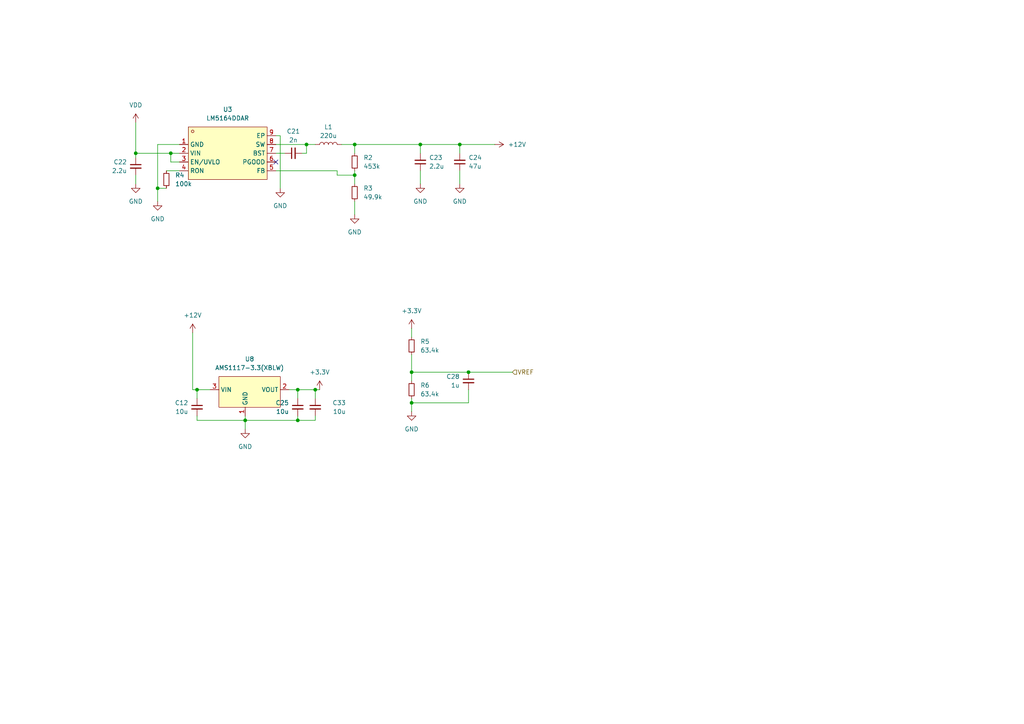
<source format=kicad_sch>
(kicad_sch (version 20231120) (generator "eeschema") (generator_version "8.0")
  (paper "A4")
  (lib_symbols
    (symbol "Device:C_Small" (pin_numbers hide) (pin_names (offset 0.254) hide)
      (property "Reference" "C" (at 0.254 1.778 0))
      (property "Value" "C_Small" (at 0.254 -2.032 0))
      (symbol "C_Small_0_1"
        (polyline (pts (xy -1.524 -0.508) (xy 1.524 -0.508)) (stroke (width 0.3302)))
        (polyline (pts (xy -1.524 0.508) (xy 1.524 0.508)) (stroke (width 0.3048)))
      )
      (symbol "C_Small_1_1"
        (pin passive line (at 0 2.54 270) (length 2.032) (name "~") (number "1"))
        (pin passive line (at 0 -2.54 90) (length 2.032) (name "~") (number "2"))
      )
    )
    (symbol "Device:L" (pin_numbers hide) (pin_names (offset 1.016) hide)
      (property "Reference" "L" (at -1.27 0 90))
      (property "Value" "L" (at 1.905 0 90))
      (symbol "L_0_1"
        (arc (start 0 -2.54) (mid 0.6323 -1.905) (end 0 -1.27))
        (arc (start 0 -1.27) (mid 0.6323 -0.635) (end 0 0))
        (arc (start 0 0) (mid 0.6323 0.635) (end 0 1.27))
        (arc (start 0 1.27) (mid 0.6323 1.905) (end 0 2.54))
      )
      (symbol "L_1_1"
        (pin passive line (at 0 3.81 270) (length 1.27) (name "1") (number "1"))
        (pin passive line (at 0 -3.81 90) (length 1.27) (name "2") (number "2"))
      )
    )
    (symbol "Device:R_Small" (pin_numbers hide) (pin_names (offset 0.254) hide)
      (property "Reference" "R" (at 0.762 0.508 0))
      (property "Value" "R_Small" (at 0.762 -1.016 0))
      (symbol "R_Small_0_1"
        (rectangle (start -0.762 1.778) (end 0.762 -1.778) (stroke (width 0.2032)))
      )
      (symbol "R_Small_1_1"
        (pin passive line (at 0 2.54 270) (length 0.762) (name "~") (number "1"))
        (pin passive line (at 0 -2.54 90) (length 0.762) (name "~") (number "2"))
      )
    )
    (symbol "easyeda2kicad:AMS1117-3.3(XBLW)"
      (property "Reference" "U" (at 0 5.08 0))
      (property "Value" "AMS1117-3.3(XBLW)" (at 0 -12.7 0))
      (symbol "AMS1117-3.3(XBLW)_0_1"
        (rectangle (start -7.62 3.81) (end 10.16 -5.08) (fill (type background)))
        (pin unspecified line (at 0 -7.62 90) (length 2.54) (name "GND") (number "1"))
        (pin unspecified line (at 12.7 0 180) (length 2.54) (name "VOUT") (number "2"))
        (pin unspecified line (at -10.16 0 0) (length 2.54) (name "VIN") (number "3"))
      )
    )
    (symbol "easyeda2kicad:LM5164DDAR"
      (property "Reference" "U" (at 0 10.16 0))
      (property "Value" "LM5164DDAR" (at 0 -10.16 0))
      (symbol "LM5164DDAR_0_1"
        (rectangle (start -11.43 7.62) (end 11.43 -7.62) (fill (type background)))
        (circle (center -10.16 6.35) (radius 0.38))
        (pin unspecified line (at -13.97 2.54 0) (length 2.54) (name "GND") (number "1"))
        (pin unspecified line (at -13.97 0 0) (length 2.54) (name "VIN") (number "2"))
        (pin unspecified line (at -13.97 -2.54 0) (length 2.54) (name "EN/UVLO") (number "3"))
        (pin unspecified line (at -13.97 -5.08 0) (length 2.54) (name "RON") (number "4"))
        (pin unspecified line (at 13.97 -5.08 180) (length 2.54) (name "FB") (number "5"))
        (pin unspecified line (at 13.97 -2.54 180) (length 2.54) (name "PGOOD") (number "6"))
        (pin unspecified line (at 13.97 0 180) (length 2.54) (name "BST") (number "7"))
        (pin unspecified line (at 13.97 2.54 180) (length 2.54) (name "SW") (number "8"))
        (pin unspecified line (at 13.97 5.08 180) (length 2.54) (name "EP") (number "9"))
      )
    )
    (symbol "power:+12V" (power) (pin_numbers hide) (pin_names (offset 0) hide)
      (property "Value" "+12V" (at 0 3.556 0))
      (symbol "+12V_0_1"
        (polyline (pts (xy -0.762 1.27) (xy 0 2.54)))
        (polyline (pts (xy 0 0) (xy 0 2.54)))
        (polyline (pts (xy 0 2.54) (xy 0.762 1.27)))
      )
      (symbol "+12V_1_1"
        (pin power_in line (at 0 0 90) (length 0) (name "~") (number "1"))
      )
    )
    (symbol "power:+3.3V" (power) (pin_numbers hide) (pin_names (offset 0) hide)
      (property "Value" "+3.3V" (at 0 3.556 0))
      (symbol "+3.3V_0_1"
        (polyline (pts (xy -0.762 1.27) (xy 0 2.54)))
        (polyline (pts (xy 0 0) (xy 0 2.54)))
        (polyline (pts (xy 0 2.54) (xy 0.762 1.27)))
      )
      (symbol "+3.3V_1_1"
        (pin power_in line (at 0 0 90) (length 0) (name "~") (number "1"))
      )
    )
    (symbol "power:GND" (power) (pin_numbers hide) (pin_names (offset 0) hide)
      (property "Value" "GND" (at 0 -3.81 0))
      (symbol "GND_0_1"
        (polyline (pts (xy 0 0) (xy 0 -1.27) (xy 1.27 -1.27) (xy 0 -2.54) (xy -1.27 -1.27) (xy 0 -1.27)))
      )
      (symbol "GND_1_1"
        (pin power_in line (at 0 0 270) (length 0) (name "~") (number "1"))
      )
    )
    (symbol "power:VDD" (power) (pin_numbers hide) (pin_names (offset 0) hide)
      (property "Value" "VDD" (at 0 3.556 0))
      (symbol "VDD_0_1"
        (polyline (pts (xy -0.762 1.27) (xy 0 2.54)))
        (polyline (pts (xy 0 0) (xy 0 2.54)))
        (polyline (pts (xy 0 2.54) (xy 0.762 1.27)))
      )
      (symbol "VDD_1_1"
        (pin power_in line (at 0 0 90) (length 0) (name "~") (number "1"))
      )
    )
  )
  (junction (at 88.9 41.91))
  (junction (at 39.37 44.45))
  (junction (at 121.92 41.91))
  (junction (at 49.53 44.45))
  (junction (at 135.89 107.95))
  (junction (at 102.87 41.91))
  (junction (at 133.35 41.91))
  (junction (at 86.36 113.03))
  (junction (at 57.15 113.03))
  (junction (at 102.87 50.8))
  (junction (at 91.44 113.03))
  (junction (at 71.12 121.92))
  (junction (at 119.38 116.84))
  (junction (at 119.38 107.95))
  (junction (at 86.36 121.92))
  (junction (at 45.72 54.61))
  (no_connect (at 80.01 46.99))
  (wire (pts (xy 91.44 113.03) (xy 92.71 113.03)))
  (wire (pts (xy 48.26 54.61) (xy 45.72 54.61)))
  (wire (pts (xy 83.82 113.03) (xy 86.36 113.03)))
  (wire (pts (xy 135.89 107.95) (xy 148.59 107.95)))
  (wire (pts (xy 133.35 49.53) (xy 133.35 53.34)))
  (wire (pts (xy 52.07 46.99) (xy 49.53 46.99)))
  (wire (pts (xy 121.92 41.91) (xy 133.35 41.91)))
  (wire (pts (xy 91.44 113.03) (xy 91.44 115.57)))
  (wire (pts (xy 135.89 107.95) (xy 119.38 107.95)))
  (wire (pts (xy 86.36 121.92) (xy 86.36 120.65)))
  (wire (pts (xy 57.15 120.65) (xy 57.15 121.92)))
  (wire (pts (xy 119.38 95.25) (xy 119.38 97.79)))
  (wire (pts (xy 102.87 49.53) (xy 102.87 50.8)))
  (wire (pts (xy 52.07 44.45) (xy 49.53 44.45)))
  (wire (pts (xy 91.44 120.65) (xy 91.44 121.92)))
  (wire (pts (xy 48.26 49.53) (xy 52.07 49.53)))
  (wire (pts (xy 81.28 39.37) (xy 81.28 54.61)))
  (wire (pts (xy 55.88 113.03) (xy 55.88 96.52)))
  (wire (pts (xy 119.38 107.95) (xy 119.38 110.49)))
  (wire (pts (xy 86.36 113.03) (xy 86.36 115.57)))
  (wire (pts (xy 119.38 116.84) (xy 119.38 119.38)))
  (wire (pts (xy 57.15 121.92) (xy 71.12 121.92)))
  (wire (pts (xy 133.35 41.91) (xy 143.51 41.91)))
  (wire (pts (xy 97.79 50.8) (xy 102.87 50.8)))
  (wire (pts (xy 119.38 116.84) (xy 135.89 116.84)))
  (wire (pts (xy 102.87 41.91) (xy 121.92 41.91)))
  (wire (pts (xy 57.15 113.03) (xy 57.15 115.57)))
  (wire (pts (xy 52.07 41.91) (xy 45.72 41.91)))
  (wire (pts (xy 121.92 49.53) (xy 121.92 53.34)))
  (wire (pts (xy 86.36 121.92) (xy 91.44 121.92)))
  (wire (pts (xy 60.96 113.03) (xy 57.15 113.03)))
  (wire (pts (xy 80.01 41.91) (xy 88.9 41.91)))
  (wire (pts (xy 39.37 50.8) (xy 39.37 53.34)))
  (wire (pts (xy 119.38 115.57) (xy 119.38 116.84)))
  (wire (pts (xy 135.89 113.03) (xy 135.89 116.84)))
  (wire (pts (xy 97.79 49.53) (xy 97.79 50.8)))
  (wire (pts (xy 80.01 49.53) (xy 97.79 49.53)))
  (wire (pts (xy 45.72 41.91) (xy 45.72 54.61)))
  (wire (pts (xy 88.9 41.91) (xy 91.44 41.91)))
  (wire (pts (xy 87.63 44.45) (xy 88.9 44.45)))
  (wire (pts (xy 39.37 44.45) (xy 39.37 45.72)))
  (wire (pts (xy 80.01 44.45) (xy 82.55 44.45)))
  (wire (pts (xy 71.12 121.92) (xy 86.36 121.92)))
  (wire (pts (xy 71.12 121.92) (xy 71.12 124.46)))
  (wire (pts (xy 133.35 44.45) (xy 133.35 41.91)))
  (wire (pts (xy 39.37 35.56) (xy 39.37 44.45)))
  (wire (pts (xy 88.9 44.45) (xy 88.9 41.91)))
  (wire (pts (xy 102.87 50.8) (xy 102.87 53.34)))
  (wire (pts (xy 49.53 46.99) (xy 49.53 44.45)))
  (wire (pts (xy 102.87 41.91) (xy 99.06 41.91)))
  (wire (pts (xy 45.72 54.61) (xy 45.72 58.42)))
  (wire (pts (xy 119.38 102.87) (xy 119.38 107.95)))
  (wire (pts (xy 86.36 113.03) (xy 91.44 113.03)))
  (wire (pts (xy 102.87 44.45) (xy 102.87 41.91)))
  (wire (pts (xy 80.01 39.37) (xy 81.28 39.37)))
  (wire (pts (xy 71.12 120.65) (xy 71.12 121.92)))
  (wire (pts (xy 102.87 58.42) (xy 102.87 62.23)))
  (wire (pts (xy 57.15 113.03) (xy 55.88 113.03)))
  (wire (pts (xy 49.53 44.45) (xy 39.37 44.45)))
  (wire (pts (xy 121.92 44.45) (xy 121.92 41.91)))
  (hierarchical_label "VREF" (shape input) (at 148.59 107.95 0))
  (symbol (lib_id "Device:C_Small") (at 86.36 118.11 0) (mirror y) (unit 1)
    (property "Reference" "C25" (at 83.82 116.8462 0) (effects (justify left)))
    (property "Value" "10u" (at 83.82 119.3862 0) (effects (justify left)))
    (property "Footprint" "Capacitor_SMD:C_0805_2012Metric" (effects (hide yes)))
    (property "Description" "Unpolarized capacitor, small symbol" (effects (hide yes)))
  )
  (symbol (lib_id "easyeda2kicad:AMS1117-3.3(XBLW)") (at 71.12 113.03 0) (unit 1)
    (property "Reference" "U8" (at 72.39 104.14 0))
    (property "Value" "AMS1117-3.3(XBLW)" (at 72.39 106.68 0))
    (property "Footprint" "easyeda2kicad:SOT-89-3_L4.5-W2.5-P1.50-LS4.2-BR" (effects (hide yes)))
    (property "LCSC Part" "C18723569" (effects (hide yes)))
  )
  (symbol (lib_id "Device:R_Small") (at 102.87 55.88 0) (unit 1)
    (property "Reference" "R3" (at 105.41 54.6099 0) (effects (justify left)))
    (property "Value" "49.9k" (at 105.41 57.1499 0) (effects (justify left)))
    (property "Footprint" "Resistor_SMD:R_0402_1005Metric" (effects (hide yes)))
    (property "Description" "Resistor, small symbol" (effects (hide yes)))
  )
  (symbol (lib_id "Device:R_Small") (at 119.38 100.33 0) (unit 1)
    (property "Reference" "R5" (at 121.92 99.0599 0) (effects (justify left)))
    (property "Value" "63.4k" (at 121.92 101.5999 0) (effects (justify left)))
    (property "Footprint" "Resistor_SMD:R_0402_1005Metric" (effects (hide yes)))
    (property "Description" "Resistor, small symbol" (effects (hide yes)))
  )
  (symbol (lib_id "power:VDD") (at 39.37 35.56 0) (unit 1)
    (property "Reference" "#PWR09" (effects (hide yes)))
    (property "Value" "VDD" (at 39.37 30.48 0))
    (property "Description" "Power symbol creates a global label with name \"VDD\"" (effects (hide yes)))
  )
  (symbol (lib_id "power:GND") (at 119.38 119.38 0) (unit 1)
    (property "Reference" "#PWR032" (effects (hide yes)))
    (property "Value" "GND" (at 119.38 124.46 0))
    (property "Description" "Power symbol creates a global label with name \"GND\" , ground" (effects (hide yes)))
  )
  (symbol (lib_id "power:+3.3V") (at 119.38 95.25 0) (unit 1)
    (property "Reference" "#PWR031" (effects (hide yes)))
    (property "Value" "+3.3V" (at 119.38 90.17 0))
    (property "Description" "Power symbol creates a global label with name \"+3.3V\"" (effects (hide yes)))
  )
  (symbol (lib_id "easyeda2kicad:LM5164DDAR") (at 66.04 44.45 0) (unit 1)
    (property "Reference" "U3" (at 66.04 31.75 0))
    (property "Value" "LM5164DDAR" (at 66.04 34.29 0))
    (property "Footprint" "easyeda2kicad:SO-8_L4.9-W3.9-P1.27-LS6.0-BL-EP" (effects (hide yes)))
    (property "Datasheet" "https://lcsc.com/product-detail/DC-DC-Converters_Texas-Instruments-Texas-Instruments-LM5164DDAR_C477928.html" (effects (hide yes)))
    (property "LCSC Part" "C477928" (effects (hide yes)))
  )
  (symbol (lib_id "power:+3.3V") (at 92.71 113.03 0) (unit 1)
    (property "Reference" "#PWR027" (effects (hide yes)))
    (property "Value" "+3.3V" (at 92.71 107.95 0))
    (property "Description" "Power symbol creates a global label with name \"+3.3V\"" (effects (hide yes)))
  )
  (symbol (lib_id "power:GND") (at 102.87 62.23 0) (unit 1)
    (property "Reference" "#PWR08" (effects (hide yes)))
    (property "Value" "GND" (at 102.87 67.31 0))
    (property "Description" "Power symbol creates a global label with name \"GND\" , ground" (effects (hide yes)))
  )
  (symbol (lib_id "Device:C_Small") (at 39.37 48.26 0) (mirror y) (unit 1)
    (property "Reference" "C22" (at 36.83 46.9962 0) (effects (justify left)))
    (property "Value" "2.2u" (at 36.83 49.5362 0) (effects (justify left)))
    (property "Footprint" "Capacitor_SMD:C_1206_3216Metric" (effects (hide yes)))
    (property "Description" "Unpolarized capacitor, small symbol" (effects (hide yes)))
  )
  (symbol (lib_id "Device:C_Small") (at 85.09 44.45 90) (unit 1)
    (property "Reference" "C21" (at 85.0963 38.1 90))
    (property "Value" "2n" (at 85.0963 40.64 90))
    (property "Footprint" "Capacitor_SMD:C_0402_1005Metric" (effects (hide yes)))
    (property "Description" "Unpolarized capacitor, small symbol" (effects (hide yes)))
  )
  (symbol (lib_id "power:+12V") (at 143.51 41.91 270) (unit 1)
    (property "Reference" "#PWR022" (effects (hide yes)))
    (property "Value" "+12V" (at 147.32 41.9099 90) (effects (justify left)))
    (property "Description" "Power symbol creates a global label with name \"+12V\"" (effects (hide yes)))
  )
  (symbol (lib_id "power:GND") (at 71.12 124.46 0) (unit 1)
    (property "Reference" "#PWR026" (effects (hide yes)))
    (property "Value" "GND" (at 71.12 129.54 0))
    (property "Description" "Power symbol creates a global label with name \"GND\" , ground" (effects (hide yes)))
  )
  (symbol (lib_id "power:+12V") (at 55.88 96.52 0) (unit 1)
    (property "Reference" "#PWR025" (effects (hide yes)))
    (property "Value" "+12V" (at 55.88 91.44 0))
    (property "Description" "Power symbol creates a global label with name \"+12V\"" (effects (hide yes)))
  )
  (symbol (lib_id "power:GND") (at 121.92 53.34 0) (unit 1)
    (property "Reference" "#PWR023" (effects (hide yes)))
    (property "Value" "GND" (at 121.92 58.42 0))
    (property "Description" "Power symbol creates a global label with name \"GND\" , ground" (effects (hide yes)))
  )
  (symbol (lib_id "Device:C_Small") (at 121.92 46.99 180) (unit 1)
    (property "Reference" "C23" (at 124.46 45.7135 0) (effects (justify right)))
    (property "Value" "2.2u" (at 124.46 48.2535 0) (effects (justify right)))
    (property "Footprint" "Capacitor_SMD:C_0603_1608Metric" (effects (hide yes)))
    (property "Description" "Unpolarized capacitor, small symbol" (effects (hide yes)))
  )
  (symbol (lib_id "Device:R_Small") (at 48.26 52.07 0) (unit 1)
    (property "Reference" "R4" (at 50.8 50.7999 0) (effects (justify left)))
    (property "Value" "100k" (at 50.8 53.3399 0) (effects (justify left)))
    (property "Footprint" "Resistor_SMD:R_0402_1005Metric" (effects (hide yes)))
    (property "Description" "Resistor, small symbol" (effects (hide yes)))
  )
  (symbol (lib_id "power:GND") (at 81.28 54.61 0) (unit 1)
    (property "Reference" "#PWR012" (effects (hide yes)))
    (property "Value" "GND" (at 81.28 59.69 0))
    (property "Description" "Power symbol creates a global label with name \"GND\" , ground" (effects (hide yes)))
  )
  (symbol (lib_id "Device:R_Small") (at 102.87 46.99 0) (unit 1)
    (property "Reference" "R2" (at 105.41 45.7199 0) (effects (justify left)))
    (property "Value" "453k" (at 105.41 48.2599 0) (effects (justify left)))
    (property "Footprint" "Resistor_SMD:R_0402_1005Metric" (effects (hide yes)))
    (property "Description" "Resistor, small symbol" (effects (hide yes)))
  )
  (symbol (lib_id "power:GND") (at 45.72 58.42 0) (unit 1)
    (property "Reference" "#PWR07" (effects (hide yes)))
    (property "Value" "GND" (at 45.72 63.5 0))
    (property "Description" "Power symbol creates a global label with name \"GND\" , ground" (effects (hide yes)))
  )
  (symbol (lib_id "Device:L") (at 95.25 41.91 90) (unit 1)
    (property "Reference" "L1" (at 95.25 36.83 90))
    (property "Value" "220u" (at 95.25 39.37 90))
    (property "Footprint" "easyeda2kicad:IND-SMD_L5.8-W5.2" (effects (hide yes)))
    (property "Description" "Inductor" (effects (hide yes)))
  )
  (symbol (lib_id "power:GND") (at 133.35 53.34 0) (unit 1)
    (property "Reference" "#PWR024" (effects (hide yes)))
    (property "Value" "GND" (at 133.35 58.42 0))
    (property "Description" "Power symbol creates a global label with name \"GND\" , ground" (effects (hide yes)))
  )
  (symbol (lib_id "Device:C_Small") (at 133.35 46.99 180) (unit 1)
    (property "Reference" "C24" (at 135.89 45.7135 0) (effects (justify right)))
    (property "Value" "47u" (at 135.89 48.2535 0) (effects (justify right)))
    (property "Footprint" "Capacitor_SMD:C_1206_3216Metric" (effects (hide yes)))
    (property "Description" "Unpolarized capacitor, small symbol" (effects (hide yes)))
  )
  (symbol (lib_id "Device:C_Small") (at 91.44 118.11 0) (mirror y) (unit 1)
    (property "Reference" "C33" (at 100.33 116.84 0) (effects (justify left)))
    (property "Value" "10u" (at 100.33 119.38 0) (effects (justify left)))
    (property "Footprint" "Capacitor_SMD:C_0805_2012Metric" (effects (hide yes)))
    (property "Description" "Unpolarized capacitor, small symbol" (effects (hide yes)))
  )
  (symbol (lib_id "Device:C_Small") (at 135.89 110.49 0) (mirror y) (unit 1)
    (property "Reference" "C28" (at 133.35 109.2262 0) (effects (justify left)))
    (property "Value" "1u" (at 133.35 111.7662 0) (effects (justify left)))
    (property "Footprint" "Capacitor_SMD:C_0402_1005Metric" (effects (hide yes)))
    (property "Description" "Unpolarized capacitor, small symbol" (effects (hide yes)))
  )
  (symbol (lib_id "Device:R_Small") (at 119.38 113.03 0) (unit 1)
    (property "Reference" "R6" (at 121.92 111.7599 0) (effects (justify left)))
    (property "Value" "63.4k" (at 121.92 114.2999 0) (effects (justify left)))
    (property "Footprint" "Resistor_SMD:R_0402_1005Metric" (effects (hide yes)))
    (property "Description" "Resistor, small symbol" (effects (hide yes)))
  )
  (symbol (lib_id "power:GND") (at 39.37 53.34 0) (unit 1)
    (property "Reference" "#PWR011" (effects (hide yes)))
    (property "Value" "GND" (at 39.37 58.42 0))
    (property "Description" "Power symbol creates a global label with name \"GND\" , ground" (effects (hide yes)))
  )
  (symbol (lib_id "Device:C_Small") (at 57.15 118.11 0) (mirror y) (unit 1)
    (property "Reference" "C12" (at 54.61 116.8462 0) (effects (justify left)))
    (property "Value" "10u" (at 54.61 119.3862 0) (effects (justify left)))
    (property "Footprint" "Capacitor_SMD:C_0805_2012Metric" (effects (hide yes)))
    (property "Description" "Unpolarized capacitor, small symbol" (effects (hide yes)))
  )
)
</source>
